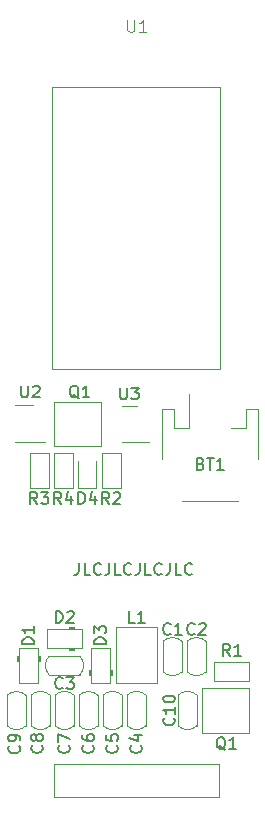
<source format=gbr>
%TF.GenerationSoftware,KiCad,Pcbnew,7.0.7*%
%TF.CreationDate,2023-08-25T22:45:50+10:00*%
%TF.ProjectId,SuperMini-EPD-Sheild,53757065-724d-4696-9e69-2d4550442d53,rev?*%
%TF.SameCoordinates,Original*%
%TF.FileFunction,Legend,Top*%
%TF.FilePolarity,Positive*%
%FSLAX46Y46*%
G04 Gerber Fmt 4.6, Leading zero omitted, Abs format (unit mm)*
G04 Created by KiCad (PCBNEW 7.0.7) date 2023-08-25 22:45:50*
%MOMM*%
%LPD*%
G01*
G04 APERTURE LIST*
%ADD10C,0.200000*%
%ADD11C,0.150000*%
%ADD12C,0.100000*%
%ADD13C,0.120000*%
G04 APERTURE END LIST*
D10*
X45926951Y-75906219D02*
X45926951Y-76620504D01*
X45926951Y-76620504D02*
X45879332Y-76763361D01*
X45879332Y-76763361D02*
X45784094Y-76858600D01*
X45784094Y-76858600D02*
X45641237Y-76906219D01*
X45641237Y-76906219D02*
X45545999Y-76906219D01*
X46879332Y-76906219D02*
X46403142Y-76906219D01*
X46403142Y-76906219D02*
X46403142Y-75906219D01*
X47784094Y-76810980D02*
X47736475Y-76858600D01*
X47736475Y-76858600D02*
X47593618Y-76906219D01*
X47593618Y-76906219D02*
X47498380Y-76906219D01*
X47498380Y-76906219D02*
X47355523Y-76858600D01*
X47355523Y-76858600D02*
X47260285Y-76763361D01*
X47260285Y-76763361D02*
X47212666Y-76668123D01*
X47212666Y-76668123D02*
X47165047Y-76477647D01*
X47165047Y-76477647D02*
X47165047Y-76334790D01*
X47165047Y-76334790D02*
X47212666Y-76144314D01*
X47212666Y-76144314D02*
X47260285Y-76049076D01*
X47260285Y-76049076D02*
X47355523Y-75953838D01*
X47355523Y-75953838D02*
X47498380Y-75906219D01*
X47498380Y-75906219D02*
X47593618Y-75906219D01*
X47593618Y-75906219D02*
X47736475Y-75953838D01*
X47736475Y-75953838D02*
X47784094Y-76001457D01*
X48498380Y-75906219D02*
X48498380Y-76620504D01*
X48498380Y-76620504D02*
X48450761Y-76763361D01*
X48450761Y-76763361D02*
X48355523Y-76858600D01*
X48355523Y-76858600D02*
X48212666Y-76906219D01*
X48212666Y-76906219D02*
X48117428Y-76906219D01*
X49450761Y-76906219D02*
X48974571Y-76906219D01*
X48974571Y-76906219D02*
X48974571Y-75906219D01*
X50355523Y-76810980D02*
X50307904Y-76858600D01*
X50307904Y-76858600D02*
X50165047Y-76906219D01*
X50165047Y-76906219D02*
X50069809Y-76906219D01*
X50069809Y-76906219D02*
X49926952Y-76858600D01*
X49926952Y-76858600D02*
X49831714Y-76763361D01*
X49831714Y-76763361D02*
X49784095Y-76668123D01*
X49784095Y-76668123D02*
X49736476Y-76477647D01*
X49736476Y-76477647D02*
X49736476Y-76334790D01*
X49736476Y-76334790D02*
X49784095Y-76144314D01*
X49784095Y-76144314D02*
X49831714Y-76049076D01*
X49831714Y-76049076D02*
X49926952Y-75953838D01*
X49926952Y-75953838D02*
X50069809Y-75906219D01*
X50069809Y-75906219D02*
X50165047Y-75906219D01*
X50165047Y-75906219D02*
X50307904Y-75953838D01*
X50307904Y-75953838D02*
X50355523Y-76001457D01*
X51069809Y-75906219D02*
X51069809Y-76620504D01*
X51069809Y-76620504D02*
X51022190Y-76763361D01*
X51022190Y-76763361D02*
X50926952Y-76858600D01*
X50926952Y-76858600D02*
X50784095Y-76906219D01*
X50784095Y-76906219D02*
X50688857Y-76906219D01*
X52022190Y-76906219D02*
X51546000Y-76906219D01*
X51546000Y-76906219D02*
X51546000Y-75906219D01*
X52926952Y-76810980D02*
X52879333Y-76858600D01*
X52879333Y-76858600D02*
X52736476Y-76906219D01*
X52736476Y-76906219D02*
X52641238Y-76906219D01*
X52641238Y-76906219D02*
X52498381Y-76858600D01*
X52498381Y-76858600D02*
X52403143Y-76763361D01*
X52403143Y-76763361D02*
X52355524Y-76668123D01*
X52355524Y-76668123D02*
X52307905Y-76477647D01*
X52307905Y-76477647D02*
X52307905Y-76334790D01*
X52307905Y-76334790D02*
X52355524Y-76144314D01*
X52355524Y-76144314D02*
X52403143Y-76049076D01*
X52403143Y-76049076D02*
X52498381Y-75953838D01*
X52498381Y-75953838D02*
X52641238Y-75906219D01*
X52641238Y-75906219D02*
X52736476Y-75906219D01*
X52736476Y-75906219D02*
X52879333Y-75953838D01*
X52879333Y-75953838D02*
X52926952Y-76001457D01*
X53641238Y-75906219D02*
X53641238Y-76620504D01*
X53641238Y-76620504D02*
X53593619Y-76763361D01*
X53593619Y-76763361D02*
X53498381Y-76858600D01*
X53498381Y-76858600D02*
X53355524Y-76906219D01*
X53355524Y-76906219D02*
X53260286Y-76906219D01*
X54593619Y-76906219D02*
X54117429Y-76906219D01*
X54117429Y-76906219D02*
X54117429Y-75906219D01*
X55498381Y-76810980D02*
X55450762Y-76858600D01*
X55450762Y-76858600D02*
X55307905Y-76906219D01*
X55307905Y-76906219D02*
X55212667Y-76906219D01*
X55212667Y-76906219D02*
X55069810Y-76858600D01*
X55069810Y-76858600D02*
X54974572Y-76763361D01*
X54974572Y-76763361D02*
X54926953Y-76668123D01*
X54926953Y-76668123D02*
X54879334Y-76477647D01*
X54879334Y-76477647D02*
X54879334Y-76334790D01*
X54879334Y-76334790D02*
X54926953Y-76144314D01*
X54926953Y-76144314D02*
X54974572Y-76049076D01*
X54974572Y-76049076D02*
X55069810Y-75953838D01*
X55069810Y-75953838D02*
X55212667Y-75906219D01*
X55212667Y-75906219D02*
X55307905Y-75906219D01*
X55307905Y-75906219D02*
X55450762Y-75953838D01*
X55450762Y-75953838D02*
X55498381Y-76001457D01*
D11*
X49127580Y-91352666D02*
X49175200Y-91400285D01*
X49175200Y-91400285D02*
X49222819Y-91543142D01*
X49222819Y-91543142D02*
X49222819Y-91638380D01*
X49222819Y-91638380D02*
X49175200Y-91781237D01*
X49175200Y-91781237D02*
X49079961Y-91876475D01*
X49079961Y-91876475D02*
X48984723Y-91924094D01*
X48984723Y-91924094D02*
X48794247Y-91971713D01*
X48794247Y-91971713D02*
X48651390Y-91971713D01*
X48651390Y-91971713D02*
X48460914Y-91924094D01*
X48460914Y-91924094D02*
X48365676Y-91876475D01*
X48365676Y-91876475D02*
X48270438Y-91781237D01*
X48270438Y-91781237D02*
X48222819Y-91638380D01*
X48222819Y-91638380D02*
X48222819Y-91543142D01*
X48222819Y-91543142D02*
X48270438Y-91400285D01*
X48270438Y-91400285D02*
X48318057Y-91352666D01*
X48222819Y-90447904D02*
X48222819Y-90924094D01*
X48222819Y-90924094D02*
X48699009Y-90971713D01*
X48699009Y-90971713D02*
X48651390Y-90924094D01*
X48651390Y-90924094D02*
X48603771Y-90828856D01*
X48603771Y-90828856D02*
X48603771Y-90590761D01*
X48603771Y-90590761D02*
X48651390Y-90495523D01*
X48651390Y-90495523D02*
X48699009Y-90447904D01*
X48699009Y-90447904D02*
X48794247Y-90400285D01*
X48794247Y-90400285D02*
X49032342Y-90400285D01*
X49032342Y-90400285D02*
X49127580Y-90447904D01*
X49127580Y-90447904D02*
X49175200Y-90495523D01*
X49175200Y-90495523D02*
X49222819Y-90590761D01*
X49222819Y-90590761D02*
X49222819Y-90828856D01*
X49222819Y-90828856D02*
X49175200Y-90924094D01*
X49175200Y-90924094D02*
X49127580Y-90971713D01*
X58324761Y-91736057D02*
X58229523Y-91688438D01*
X58229523Y-91688438D02*
X58134285Y-91593200D01*
X58134285Y-91593200D02*
X57991428Y-91450342D01*
X57991428Y-91450342D02*
X57896190Y-91402723D01*
X57896190Y-91402723D02*
X57800952Y-91402723D01*
X57848571Y-91640819D02*
X57753333Y-91593200D01*
X57753333Y-91593200D02*
X57658095Y-91497961D01*
X57658095Y-91497961D02*
X57610476Y-91307485D01*
X57610476Y-91307485D02*
X57610476Y-90974152D01*
X57610476Y-90974152D02*
X57658095Y-90783676D01*
X57658095Y-90783676D02*
X57753333Y-90688438D01*
X57753333Y-90688438D02*
X57848571Y-90640819D01*
X57848571Y-90640819D02*
X58039047Y-90640819D01*
X58039047Y-90640819D02*
X58134285Y-90688438D01*
X58134285Y-90688438D02*
X58229523Y-90783676D01*
X58229523Y-90783676D02*
X58277142Y-90974152D01*
X58277142Y-90974152D02*
X58277142Y-91307485D01*
X58277142Y-91307485D02*
X58229523Y-91497961D01*
X58229523Y-91497961D02*
X58134285Y-91593200D01*
X58134285Y-91593200D02*
X58039047Y-91640819D01*
X58039047Y-91640819D02*
X57848571Y-91640819D01*
X59229523Y-91640819D02*
X58658095Y-91640819D01*
X58943809Y-91640819D02*
X58943809Y-90640819D01*
X58943809Y-90640819D02*
X58848571Y-90783676D01*
X58848571Y-90783676D02*
X58753333Y-90878914D01*
X58753333Y-90878914D02*
X58658095Y-90926533D01*
X51159580Y-91352666D02*
X51207200Y-91400285D01*
X51207200Y-91400285D02*
X51254819Y-91543142D01*
X51254819Y-91543142D02*
X51254819Y-91638380D01*
X51254819Y-91638380D02*
X51207200Y-91781237D01*
X51207200Y-91781237D02*
X51111961Y-91876475D01*
X51111961Y-91876475D02*
X51016723Y-91924094D01*
X51016723Y-91924094D02*
X50826247Y-91971713D01*
X50826247Y-91971713D02*
X50683390Y-91971713D01*
X50683390Y-91971713D02*
X50492914Y-91924094D01*
X50492914Y-91924094D02*
X50397676Y-91876475D01*
X50397676Y-91876475D02*
X50302438Y-91781237D01*
X50302438Y-91781237D02*
X50254819Y-91638380D01*
X50254819Y-91638380D02*
X50254819Y-91543142D01*
X50254819Y-91543142D02*
X50302438Y-91400285D01*
X50302438Y-91400285D02*
X50350057Y-91352666D01*
X50588152Y-90495523D02*
X51254819Y-90495523D01*
X50207200Y-90733618D02*
X50921485Y-90971713D01*
X50921485Y-90971713D02*
X50921485Y-90352666D01*
X45063580Y-91352666D02*
X45111200Y-91400285D01*
X45111200Y-91400285D02*
X45158819Y-91543142D01*
X45158819Y-91543142D02*
X45158819Y-91638380D01*
X45158819Y-91638380D02*
X45111200Y-91781237D01*
X45111200Y-91781237D02*
X45015961Y-91876475D01*
X45015961Y-91876475D02*
X44920723Y-91924094D01*
X44920723Y-91924094D02*
X44730247Y-91971713D01*
X44730247Y-91971713D02*
X44587390Y-91971713D01*
X44587390Y-91971713D02*
X44396914Y-91924094D01*
X44396914Y-91924094D02*
X44301676Y-91876475D01*
X44301676Y-91876475D02*
X44206438Y-91781237D01*
X44206438Y-91781237D02*
X44158819Y-91638380D01*
X44158819Y-91638380D02*
X44158819Y-91543142D01*
X44158819Y-91543142D02*
X44206438Y-91400285D01*
X44206438Y-91400285D02*
X44254057Y-91352666D01*
X44158819Y-91019332D02*
X44158819Y-90352666D01*
X44158819Y-90352666D02*
X45158819Y-90781237D01*
X47095580Y-91352666D02*
X47143200Y-91400285D01*
X47143200Y-91400285D02*
X47190819Y-91543142D01*
X47190819Y-91543142D02*
X47190819Y-91638380D01*
X47190819Y-91638380D02*
X47143200Y-91781237D01*
X47143200Y-91781237D02*
X47047961Y-91876475D01*
X47047961Y-91876475D02*
X46952723Y-91924094D01*
X46952723Y-91924094D02*
X46762247Y-91971713D01*
X46762247Y-91971713D02*
X46619390Y-91971713D01*
X46619390Y-91971713D02*
X46428914Y-91924094D01*
X46428914Y-91924094D02*
X46333676Y-91876475D01*
X46333676Y-91876475D02*
X46238438Y-91781237D01*
X46238438Y-91781237D02*
X46190819Y-91638380D01*
X46190819Y-91638380D02*
X46190819Y-91543142D01*
X46190819Y-91543142D02*
X46238438Y-91400285D01*
X46238438Y-91400285D02*
X46286057Y-91352666D01*
X46190819Y-90495523D02*
X46190819Y-90685999D01*
X46190819Y-90685999D02*
X46238438Y-90781237D01*
X46238438Y-90781237D02*
X46286057Y-90828856D01*
X46286057Y-90828856D02*
X46428914Y-90924094D01*
X46428914Y-90924094D02*
X46619390Y-90971713D01*
X46619390Y-90971713D02*
X47000342Y-90971713D01*
X47000342Y-90971713D02*
X47095580Y-90924094D01*
X47095580Y-90924094D02*
X47143200Y-90876475D01*
X47143200Y-90876475D02*
X47190819Y-90781237D01*
X47190819Y-90781237D02*
X47190819Y-90590761D01*
X47190819Y-90590761D02*
X47143200Y-90495523D01*
X47143200Y-90495523D02*
X47095580Y-90447904D01*
X47095580Y-90447904D02*
X47000342Y-90400285D01*
X47000342Y-90400285D02*
X46762247Y-90400285D01*
X46762247Y-90400285D02*
X46667009Y-90447904D01*
X46667009Y-90447904D02*
X46619390Y-90495523D01*
X46619390Y-90495523D02*
X46571771Y-90590761D01*
X46571771Y-90590761D02*
X46571771Y-90781237D01*
X46571771Y-90781237D02*
X46619390Y-90876475D01*
X46619390Y-90876475D02*
X46667009Y-90924094D01*
X46667009Y-90924094D02*
X46762247Y-90971713D01*
X44537333Y-86459580D02*
X44489714Y-86507200D01*
X44489714Y-86507200D02*
X44346857Y-86554819D01*
X44346857Y-86554819D02*
X44251619Y-86554819D01*
X44251619Y-86554819D02*
X44108762Y-86507200D01*
X44108762Y-86507200D02*
X44013524Y-86411961D01*
X44013524Y-86411961D02*
X43965905Y-86316723D01*
X43965905Y-86316723D02*
X43918286Y-86126247D01*
X43918286Y-86126247D02*
X43918286Y-85983390D01*
X43918286Y-85983390D02*
X43965905Y-85792914D01*
X43965905Y-85792914D02*
X44013524Y-85697676D01*
X44013524Y-85697676D02*
X44108762Y-85602438D01*
X44108762Y-85602438D02*
X44251619Y-85554819D01*
X44251619Y-85554819D02*
X44346857Y-85554819D01*
X44346857Y-85554819D02*
X44489714Y-85602438D01*
X44489714Y-85602438D02*
X44537333Y-85650057D01*
X44870667Y-85554819D02*
X45489714Y-85554819D01*
X45489714Y-85554819D02*
X45156381Y-85935771D01*
X45156381Y-85935771D02*
X45299238Y-85935771D01*
X45299238Y-85935771D02*
X45394476Y-85983390D01*
X45394476Y-85983390D02*
X45442095Y-86031009D01*
X45442095Y-86031009D02*
X45489714Y-86126247D01*
X45489714Y-86126247D02*
X45489714Y-86364342D01*
X45489714Y-86364342D02*
X45442095Y-86459580D01*
X45442095Y-86459580D02*
X45394476Y-86507200D01*
X45394476Y-86507200D02*
X45299238Y-86554819D01*
X45299238Y-86554819D02*
X45013524Y-86554819D01*
X45013524Y-86554819D02*
X44918286Y-86507200D01*
X44918286Y-86507200D02*
X44870667Y-86459580D01*
X50633333Y-80966819D02*
X50157143Y-80966819D01*
X50157143Y-80966819D02*
X50157143Y-79966819D01*
X51490476Y-80966819D02*
X50919048Y-80966819D01*
X51204762Y-80966819D02*
X51204762Y-79966819D01*
X51204762Y-79966819D02*
X51109524Y-80109676D01*
X51109524Y-80109676D02*
X51014286Y-80204914D01*
X51014286Y-80204914D02*
X50919048Y-80252533D01*
X45907761Y-61973057D02*
X45812523Y-61925438D01*
X45812523Y-61925438D02*
X45717285Y-61830200D01*
X45717285Y-61830200D02*
X45574428Y-61687342D01*
X45574428Y-61687342D02*
X45479190Y-61639723D01*
X45479190Y-61639723D02*
X45383952Y-61639723D01*
X45431571Y-61877819D02*
X45336333Y-61830200D01*
X45336333Y-61830200D02*
X45241095Y-61734961D01*
X45241095Y-61734961D02*
X45193476Y-61544485D01*
X45193476Y-61544485D02*
X45193476Y-61211152D01*
X45193476Y-61211152D02*
X45241095Y-61020676D01*
X45241095Y-61020676D02*
X45336333Y-60925438D01*
X45336333Y-60925438D02*
X45431571Y-60877819D01*
X45431571Y-60877819D02*
X45622047Y-60877819D01*
X45622047Y-60877819D02*
X45717285Y-60925438D01*
X45717285Y-60925438D02*
X45812523Y-61020676D01*
X45812523Y-61020676D02*
X45860142Y-61211152D01*
X45860142Y-61211152D02*
X45860142Y-61544485D01*
X45860142Y-61544485D02*
X45812523Y-61734961D01*
X45812523Y-61734961D02*
X45717285Y-61830200D01*
X45717285Y-61830200D02*
X45622047Y-61877819D01*
X45622047Y-61877819D02*
X45431571Y-61877819D01*
X46812523Y-61877819D02*
X46241095Y-61877819D01*
X46526809Y-61877819D02*
X46526809Y-60877819D01*
X46526809Y-60877819D02*
X46431571Y-61020676D01*
X46431571Y-61020676D02*
X46336333Y-61115914D01*
X46336333Y-61115914D02*
X46241095Y-61163533D01*
X42777580Y-91346666D02*
X42825200Y-91394285D01*
X42825200Y-91394285D02*
X42872819Y-91537142D01*
X42872819Y-91537142D02*
X42872819Y-91632380D01*
X42872819Y-91632380D02*
X42825200Y-91775237D01*
X42825200Y-91775237D02*
X42729961Y-91870475D01*
X42729961Y-91870475D02*
X42634723Y-91918094D01*
X42634723Y-91918094D02*
X42444247Y-91965713D01*
X42444247Y-91965713D02*
X42301390Y-91965713D01*
X42301390Y-91965713D02*
X42110914Y-91918094D01*
X42110914Y-91918094D02*
X42015676Y-91870475D01*
X42015676Y-91870475D02*
X41920438Y-91775237D01*
X41920438Y-91775237D02*
X41872819Y-91632380D01*
X41872819Y-91632380D02*
X41872819Y-91537142D01*
X41872819Y-91537142D02*
X41920438Y-91394285D01*
X41920438Y-91394285D02*
X41968057Y-91346666D01*
X42301390Y-90775237D02*
X42253771Y-90870475D01*
X42253771Y-90870475D02*
X42206152Y-90918094D01*
X42206152Y-90918094D02*
X42110914Y-90965713D01*
X42110914Y-90965713D02*
X42063295Y-90965713D01*
X42063295Y-90965713D02*
X41968057Y-90918094D01*
X41968057Y-90918094D02*
X41920438Y-90870475D01*
X41920438Y-90870475D02*
X41872819Y-90775237D01*
X41872819Y-90775237D02*
X41872819Y-90584761D01*
X41872819Y-90584761D02*
X41920438Y-90489523D01*
X41920438Y-90489523D02*
X41968057Y-90441904D01*
X41968057Y-90441904D02*
X42063295Y-90394285D01*
X42063295Y-90394285D02*
X42110914Y-90394285D01*
X42110914Y-90394285D02*
X42206152Y-90441904D01*
X42206152Y-90441904D02*
X42253771Y-90489523D01*
X42253771Y-90489523D02*
X42301390Y-90584761D01*
X42301390Y-90584761D02*
X42301390Y-90775237D01*
X42301390Y-90775237D02*
X42349009Y-90870475D01*
X42349009Y-90870475D02*
X42396628Y-90918094D01*
X42396628Y-90918094D02*
X42491866Y-90965713D01*
X42491866Y-90965713D02*
X42682342Y-90965713D01*
X42682342Y-90965713D02*
X42777580Y-90918094D01*
X42777580Y-90918094D02*
X42825200Y-90870475D01*
X42825200Y-90870475D02*
X42872819Y-90775237D01*
X42872819Y-90775237D02*
X42872819Y-90584761D01*
X42872819Y-90584761D02*
X42825200Y-90489523D01*
X42825200Y-90489523D02*
X42777580Y-90441904D01*
X42777580Y-90441904D02*
X42682342Y-90394285D01*
X42682342Y-90394285D02*
X42491866Y-90394285D01*
X42491866Y-90394285D02*
X42396628Y-90441904D01*
X42396628Y-90441904D02*
X42349009Y-90489523D01*
X42349009Y-90489523D02*
X42301390Y-90584761D01*
X49403095Y-61049819D02*
X49403095Y-61859342D01*
X49403095Y-61859342D02*
X49450714Y-61954580D01*
X49450714Y-61954580D02*
X49498333Y-62002200D01*
X49498333Y-62002200D02*
X49593571Y-62049819D01*
X49593571Y-62049819D02*
X49784047Y-62049819D01*
X49784047Y-62049819D02*
X49879285Y-62002200D01*
X49879285Y-62002200D02*
X49926904Y-61954580D01*
X49926904Y-61954580D02*
X49974523Y-61859342D01*
X49974523Y-61859342D02*
X49974523Y-61049819D01*
X50355476Y-61049819D02*
X50974523Y-61049819D01*
X50974523Y-61049819D02*
X50641190Y-61430771D01*
X50641190Y-61430771D02*
X50784047Y-61430771D01*
X50784047Y-61430771D02*
X50879285Y-61478390D01*
X50879285Y-61478390D02*
X50926904Y-61526009D01*
X50926904Y-61526009D02*
X50974523Y-61621247D01*
X50974523Y-61621247D02*
X50974523Y-61859342D01*
X50974523Y-61859342D02*
X50926904Y-61954580D01*
X50926904Y-61954580D02*
X50879285Y-62002200D01*
X50879285Y-62002200D02*
X50784047Y-62049819D01*
X50784047Y-62049819D02*
X50498333Y-62049819D01*
X50498333Y-62049819D02*
X50403095Y-62002200D01*
X50403095Y-62002200D02*
X50355476Y-61954580D01*
X48206819Y-82774094D02*
X47206819Y-82774094D01*
X47206819Y-82774094D02*
X47206819Y-82535999D01*
X47206819Y-82535999D02*
X47254438Y-82393142D01*
X47254438Y-82393142D02*
X47349676Y-82297904D01*
X47349676Y-82297904D02*
X47444914Y-82250285D01*
X47444914Y-82250285D02*
X47635390Y-82202666D01*
X47635390Y-82202666D02*
X47778247Y-82202666D01*
X47778247Y-82202666D02*
X47968723Y-82250285D01*
X47968723Y-82250285D02*
X48063961Y-82297904D01*
X48063961Y-82297904D02*
X48159200Y-82393142D01*
X48159200Y-82393142D02*
X48206819Y-82535999D01*
X48206819Y-82535999D02*
X48206819Y-82774094D01*
X47206819Y-81869332D02*
X47206819Y-81250285D01*
X47206819Y-81250285D02*
X47587771Y-81583618D01*
X47587771Y-81583618D02*
X47587771Y-81440761D01*
X47587771Y-81440761D02*
X47635390Y-81345523D01*
X47635390Y-81345523D02*
X47683009Y-81297904D01*
X47683009Y-81297904D02*
X47778247Y-81250285D01*
X47778247Y-81250285D02*
X48016342Y-81250285D01*
X48016342Y-81250285D02*
X48111580Y-81297904D01*
X48111580Y-81297904D02*
X48159200Y-81345523D01*
X48159200Y-81345523D02*
X48206819Y-81440761D01*
X48206819Y-81440761D02*
X48206819Y-81726475D01*
X48206819Y-81726475D02*
X48159200Y-81821713D01*
X48159200Y-81821713D02*
X48111580Y-81869332D01*
X42110819Y-82774094D02*
X41110819Y-82774094D01*
X41110819Y-82774094D02*
X41110819Y-82535999D01*
X41110819Y-82535999D02*
X41158438Y-82393142D01*
X41158438Y-82393142D02*
X41253676Y-82297904D01*
X41253676Y-82297904D02*
X41348914Y-82250285D01*
X41348914Y-82250285D02*
X41539390Y-82202666D01*
X41539390Y-82202666D02*
X41682247Y-82202666D01*
X41682247Y-82202666D02*
X41872723Y-82250285D01*
X41872723Y-82250285D02*
X41967961Y-82297904D01*
X41967961Y-82297904D02*
X42063200Y-82393142D01*
X42063200Y-82393142D02*
X42110819Y-82535999D01*
X42110819Y-82535999D02*
X42110819Y-82774094D01*
X42110819Y-81250285D02*
X42110819Y-81821713D01*
X42110819Y-81535999D02*
X41110819Y-81535999D01*
X41110819Y-81535999D02*
X41253676Y-81631237D01*
X41253676Y-81631237D02*
X41348914Y-81726475D01*
X41348914Y-81726475D02*
X41396533Y-81821713D01*
X40851588Y-91385666D02*
X40899208Y-91433285D01*
X40899208Y-91433285D02*
X40946827Y-91576142D01*
X40946827Y-91576142D02*
X40946827Y-91671380D01*
X40946827Y-91671380D02*
X40899208Y-91814237D01*
X40899208Y-91814237D02*
X40803969Y-91909475D01*
X40803969Y-91909475D02*
X40708731Y-91957094D01*
X40708731Y-91957094D02*
X40518255Y-92004713D01*
X40518255Y-92004713D02*
X40375398Y-92004713D01*
X40375398Y-92004713D02*
X40184922Y-91957094D01*
X40184922Y-91957094D02*
X40089684Y-91909475D01*
X40089684Y-91909475D02*
X39994446Y-91814237D01*
X39994446Y-91814237D02*
X39946827Y-91671380D01*
X39946827Y-91671380D02*
X39946827Y-91576142D01*
X39946827Y-91576142D02*
X39994446Y-91433285D01*
X39994446Y-91433285D02*
X40042065Y-91385666D01*
X40946827Y-90909475D02*
X40946827Y-90718999D01*
X40946827Y-90718999D02*
X40899208Y-90623761D01*
X40899208Y-90623761D02*
X40851588Y-90576142D01*
X40851588Y-90576142D02*
X40708731Y-90480904D01*
X40708731Y-90480904D02*
X40518255Y-90433285D01*
X40518255Y-90433285D02*
X40137303Y-90433285D01*
X40137303Y-90433285D02*
X40042065Y-90480904D01*
X40042065Y-90480904D02*
X39994446Y-90528523D01*
X39994446Y-90528523D02*
X39946827Y-90623761D01*
X39946827Y-90623761D02*
X39946827Y-90814237D01*
X39946827Y-90814237D02*
X39994446Y-90909475D01*
X39994446Y-90909475D02*
X40042065Y-90957094D01*
X40042065Y-90957094D02*
X40137303Y-91004713D01*
X40137303Y-91004713D02*
X40375398Y-91004713D01*
X40375398Y-91004713D02*
X40470636Y-90957094D01*
X40470636Y-90957094D02*
X40518255Y-90909475D01*
X40518255Y-90909475D02*
X40565874Y-90814237D01*
X40565874Y-90814237D02*
X40565874Y-90623761D01*
X40565874Y-90623761D02*
X40518255Y-90528523D01*
X40518255Y-90528523D02*
X40470636Y-90480904D01*
X40470636Y-90480904D02*
X40375398Y-90433285D01*
D12*
X50038095Y-29937419D02*
X50038095Y-30746942D01*
X50038095Y-30746942D02*
X50085714Y-30842180D01*
X50085714Y-30842180D02*
X50133333Y-30889800D01*
X50133333Y-30889800D02*
X50228571Y-30937419D01*
X50228571Y-30937419D02*
X50419047Y-30937419D01*
X50419047Y-30937419D02*
X50514285Y-30889800D01*
X50514285Y-30889800D02*
X50561904Y-30842180D01*
X50561904Y-30842180D02*
X50609523Y-30746942D01*
X50609523Y-30746942D02*
X50609523Y-29937419D01*
X51609523Y-30937419D02*
X51038095Y-30937419D01*
X51323809Y-30937419D02*
X51323809Y-29937419D01*
X51323809Y-29937419D02*
X51228571Y-30080276D01*
X51228571Y-30080276D02*
X51133333Y-30175514D01*
X51133333Y-30175514D02*
X51038095Y-30223133D01*
D11*
X45883905Y-70894819D02*
X45883905Y-69894819D01*
X45883905Y-69894819D02*
X46122000Y-69894819D01*
X46122000Y-69894819D02*
X46264857Y-69942438D01*
X46264857Y-69942438D02*
X46360095Y-70037676D01*
X46360095Y-70037676D02*
X46407714Y-70132914D01*
X46407714Y-70132914D02*
X46455333Y-70323390D01*
X46455333Y-70323390D02*
X46455333Y-70466247D01*
X46455333Y-70466247D02*
X46407714Y-70656723D01*
X46407714Y-70656723D02*
X46360095Y-70751961D01*
X46360095Y-70751961D02*
X46264857Y-70847200D01*
X46264857Y-70847200D02*
X46122000Y-70894819D01*
X46122000Y-70894819D02*
X45883905Y-70894819D01*
X47312476Y-70228152D02*
X47312476Y-70894819D01*
X47074381Y-69847200D02*
X46836286Y-70561485D01*
X46836286Y-70561485D02*
X47455333Y-70561485D01*
X48487333Y-70894819D02*
X48154000Y-70418628D01*
X47915905Y-70894819D02*
X47915905Y-69894819D01*
X47915905Y-69894819D02*
X48296857Y-69894819D01*
X48296857Y-69894819D02*
X48392095Y-69942438D01*
X48392095Y-69942438D02*
X48439714Y-69990057D01*
X48439714Y-69990057D02*
X48487333Y-70085295D01*
X48487333Y-70085295D02*
X48487333Y-70228152D01*
X48487333Y-70228152D02*
X48439714Y-70323390D01*
X48439714Y-70323390D02*
X48392095Y-70371009D01*
X48392095Y-70371009D02*
X48296857Y-70418628D01*
X48296857Y-70418628D02*
X47915905Y-70418628D01*
X48868286Y-69990057D02*
X48915905Y-69942438D01*
X48915905Y-69942438D02*
X49011143Y-69894819D01*
X49011143Y-69894819D02*
X49249238Y-69894819D01*
X49249238Y-69894819D02*
X49344476Y-69942438D01*
X49344476Y-69942438D02*
X49392095Y-69990057D01*
X49392095Y-69990057D02*
X49439714Y-70085295D01*
X49439714Y-70085295D02*
X49439714Y-70180533D01*
X49439714Y-70180533D02*
X49392095Y-70323390D01*
X49392095Y-70323390D02*
X48820667Y-70894819D01*
X48820667Y-70894819D02*
X49439714Y-70894819D01*
X56234285Y-67495009D02*
X56377142Y-67542628D01*
X56377142Y-67542628D02*
X56424761Y-67590247D01*
X56424761Y-67590247D02*
X56472380Y-67685485D01*
X56472380Y-67685485D02*
X56472380Y-67828342D01*
X56472380Y-67828342D02*
X56424761Y-67923580D01*
X56424761Y-67923580D02*
X56377142Y-67971200D01*
X56377142Y-67971200D02*
X56281904Y-68018819D01*
X56281904Y-68018819D02*
X55900952Y-68018819D01*
X55900952Y-68018819D02*
X55900952Y-67018819D01*
X55900952Y-67018819D02*
X56234285Y-67018819D01*
X56234285Y-67018819D02*
X56329523Y-67066438D01*
X56329523Y-67066438D02*
X56377142Y-67114057D01*
X56377142Y-67114057D02*
X56424761Y-67209295D01*
X56424761Y-67209295D02*
X56424761Y-67304533D01*
X56424761Y-67304533D02*
X56377142Y-67399771D01*
X56377142Y-67399771D02*
X56329523Y-67447390D01*
X56329523Y-67447390D02*
X56234285Y-67495009D01*
X56234285Y-67495009D02*
X55900952Y-67495009D01*
X56758095Y-67018819D02*
X57329523Y-67018819D01*
X57043809Y-68018819D02*
X57043809Y-67018819D01*
X58186666Y-68018819D02*
X57615238Y-68018819D01*
X57900952Y-68018819D02*
X57900952Y-67018819D01*
X57900952Y-67018819D02*
X57805714Y-67161676D01*
X57805714Y-67161676D02*
X57710476Y-67256914D01*
X57710476Y-67256914D02*
X57615238Y-67304533D01*
X41034095Y-60877819D02*
X41034095Y-61687342D01*
X41034095Y-61687342D02*
X41081714Y-61782580D01*
X41081714Y-61782580D02*
X41129333Y-61830200D01*
X41129333Y-61830200D02*
X41224571Y-61877819D01*
X41224571Y-61877819D02*
X41415047Y-61877819D01*
X41415047Y-61877819D02*
X41510285Y-61830200D01*
X41510285Y-61830200D02*
X41557904Y-61782580D01*
X41557904Y-61782580D02*
X41605523Y-61687342D01*
X41605523Y-61687342D02*
X41605523Y-60877819D01*
X42034095Y-60973057D02*
X42081714Y-60925438D01*
X42081714Y-60925438D02*
X42176952Y-60877819D01*
X42176952Y-60877819D02*
X42415047Y-60877819D01*
X42415047Y-60877819D02*
X42510285Y-60925438D01*
X42510285Y-60925438D02*
X42557904Y-60973057D01*
X42557904Y-60973057D02*
X42605523Y-61068295D01*
X42605523Y-61068295D02*
X42605523Y-61163533D01*
X42605523Y-61163533D02*
X42557904Y-61306390D01*
X42557904Y-61306390D02*
X41986476Y-61877819D01*
X41986476Y-61877819D02*
X42605523Y-61877819D01*
X44423333Y-70894819D02*
X44090000Y-70418628D01*
X43851905Y-70894819D02*
X43851905Y-69894819D01*
X43851905Y-69894819D02*
X44232857Y-69894819D01*
X44232857Y-69894819D02*
X44328095Y-69942438D01*
X44328095Y-69942438D02*
X44375714Y-69990057D01*
X44375714Y-69990057D02*
X44423333Y-70085295D01*
X44423333Y-70085295D02*
X44423333Y-70228152D01*
X44423333Y-70228152D02*
X44375714Y-70323390D01*
X44375714Y-70323390D02*
X44328095Y-70371009D01*
X44328095Y-70371009D02*
X44232857Y-70418628D01*
X44232857Y-70418628D02*
X43851905Y-70418628D01*
X45280476Y-70228152D02*
X45280476Y-70894819D01*
X45042381Y-69847200D02*
X44804286Y-70561485D01*
X44804286Y-70561485D02*
X45423333Y-70561485D01*
X53953580Y-89028857D02*
X54001200Y-89076476D01*
X54001200Y-89076476D02*
X54048819Y-89219333D01*
X54048819Y-89219333D02*
X54048819Y-89314571D01*
X54048819Y-89314571D02*
X54001200Y-89457428D01*
X54001200Y-89457428D02*
X53905961Y-89552666D01*
X53905961Y-89552666D02*
X53810723Y-89600285D01*
X53810723Y-89600285D02*
X53620247Y-89647904D01*
X53620247Y-89647904D02*
X53477390Y-89647904D01*
X53477390Y-89647904D02*
X53286914Y-89600285D01*
X53286914Y-89600285D02*
X53191676Y-89552666D01*
X53191676Y-89552666D02*
X53096438Y-89457428D01*
X53096438Y-89457428D02*
X53048819Y-89314571D01*
X53048819Y-89314571D02*
X53048819Y-89219333D01*
X53048819Y-89219333D02*
X53096438Y-89076476D01*
X53096438Y-89076476D02*
X53144057Y-89028857D01*
X54048819Y-88076476D02*
X54048819Y-88647904D01*
X54048819Y-88362190D02*
X53048819Y-88362190D01*
X53048819Y-88362190D02*
X53191676Y-88457428D01*
X53191676Y-88457428D02*
X53286914Y-88552666D01*
X53286914Y-88552666D02*
X53334533Y-88647904D01*
X53048819Y-87457428D02*
X53048819Y-87362190D01*
X53048819Y-87362190D02*
X53096438Y-87266952D01*
X53096438Y-87266952D02*
X53144057Y-87219333D01*
X53144057Y-87219333D02*
X53239295Y-87171714D01*
X53239295Y-87171714D02*
X53429771Y-87124095D01*
X53429771Y-87124095D02*
X53667866Y-87124095D01*
X53667866Y-87124095D02*
X53858342Y-87171714D01*
X53858342Y-87171714D02*
X53953580Y-87219333D01*
X53953580Y-87219333D02*
X54001200Y-87266952D01*
X54001200Y-87266952D02*
X54048819Y-87362190D01*
X54048819Y-87362190D02*
X54048819Y-87457428D01*
X54048819Y-87457428D02*
X54001200Y-87552666D01*
X54001200Y-87552666D02*
X53953580Y-87600285D01*
X53953580Y-87600285D02*
X53858342Y-87647904D01*
X53858342Y-87647904D02*
X53667866Y-87695523D01*
X53667866Y-87695523D02*
X53429771Y-87695523D01*
X53429771Y-87695523D02*
X53239295Y-87647904D01*
X53239295Y-87647904D02*
X53144057Y-87600285D01*
X53144057Y-87600285D02*
X53096438Y-87552666D01*
X53096438Y-87552666D02*
X53048819Y-87457428D01*
X43965905Y-80966819D02*
X43965905Y-79966819D01*
X43965905Y-79966819D02*
X44204000Y-79966819D01*
X44204000Y-79966819D02*
X44346857Y-80014438D01*
X44346857Y-80014438D02*
X44442095Y-80109676D01*
X44442095Y-80109676D02*
X44489714Y-80204914D01*
X44489714Y-80204914D02*
X44537333Y-80395390D01*
X44537333Y-80395390D02*
X44537333Y-80538247D01*
X44537333Y-80538247D02*
X44489714Y-80728723D01*
X44489714Y-80728723D02*
X44442095Y-80823961D01*
X44442095Y-80823961D02*
X44346857Y-80919200D01*
X44346857Y-80919200D02*
X44204000Y-80966819D01*
X44204000Y-80966819D02*
X43965905Y-80966819D01*
X44918286Y-80062057D02*
X44965905Y-80014438D01*
X44965905Y-80014438D02*
X45061143Y-79966819D01*
X45061143Y-79966819D02*
X45299238Y-79966819D01*
X45299238Y-79966819D02*
X45394476Y-80014438D01*
X45394476Y-80014438D02*
X45442095Y-80062057D01*
X45442095Y-80062057D02*
X45489714Y-80157295D01*
X45489714Y-80157295D02*
X45489714Y-80252533D01*
X45489714Y-80252533D02*
X45442095Y-80395390D01*
X45442095Y-80395390D02*
X44870667Y-80966819D01*
X44870667Y-80966819D02*
X45489714Y-80966819D01*
X55713333Y-81887580D02*
X55665714Y-81935200D01*
X55665714Y-81935200D02*
X55522857Y-81982819D01*
X55522857Y-81982819D02*
X55427619Y-81982819D01*
X55427619Y-81982819D02*
X55284762Y-81935200D01*
X55284762Y-81935200D02*
X55189524Y-81839961D01*
X55189524Y-81839961D02*
X55141905Y-81744723D01*
X55141905Y-81744723D02*
X55094286Y-81554247D01*
X55094286Y-81554247D02*
X55094286Y-81411390D01*
X55094286Y-81411390D02*
X55141905Y-81220914D01*
X55141905Y-81220914D02*
X55189524Y-81125676D01*
X55189524Y-81125676D02*
X55284762Y-81030438D01*
X55284762Y-81030438D02*
X55427619Y-80982819D01*
X55427619Y-80982819D02*
X55522857Y-80982819D01*
X55522857Y-80982819D02*
X55665714Y-81030438D01*
X55665714Y-81030438D02*
X55713333Y-81078057D01*
X56094286Y-81078057D02*
X56141905Y-81030438D01*
X56141905Y-81030438D02*
X56237143Y-80982819D01*
X56237143Y-80982819D02*
X56475238Y-80982819D01*
X56475238Y-80982819D02*
X56570476Y-81030438D01*
X56570476Y-81030438D02*
X56618095Y-81078057D01*
X56618095Y-81078057D02*
X56665714Y-81173295D01*
X56665714Y-81173295D02*
X56665714Y-81268533D01*
X56665714Y-81268533D02*
X56618095Y-81411390D01*
X56618095Y-81411390D02*
X56046667Y-81982819D01*
X56046667Y-81982819D02*
X56665714Y-81982819D01*
X58698333Y-83760819D02*
X58365000Y-83284628D01*
X58126905Y-83760819D02*
X58126905Y-82760819D01*
X58126905Y-82760819D02*
X58507857Y-82760819D01*
X58507857Y-82760819D02*
X58603095Y-82808438D01*
X58603095Y-82808438D02*
X58650714Y-82856057D01*
X58650714Y-82856057D02*
X58698333Y-82951295D01*
X58698333Y-82951295D02*
X58698333Y-83094152D01*
X58698333Y-83094152D02*
X58650714Y-83189390D01*
X58650714Y-83189390D02*
X58603095Y-83237009D01*
X58603095Y-83237009D02*
X58507857Y-83284628D01*
X58507857Y-83284628D02*
X58126905Y-83284628D01*
X59650714Y-83760819D02*
X59079286Y-83760819D01*
X59365000Y-83760819D02*
X59365000Y-82760819D01*
X59365000Y-82760819D02*
X59269762Y-82903676D01*
X59269762Y-82903676D02*
X59174524Y-82998914D01*
X59174524Y-82998914D02*
X59079286Y-83046533D01*
X42391333Y-70894819D02*
X42058000Y-70418628D01*
X41819905Y-70894819D02*
X41819905Y-69894819D01*
X41819905Y-69894819D02*
X42200857Y-69894819D01*
X42200857Y-69894819D02*
X42296095Y-69942438D01*
X42296095Y-69942438D02*
X42343714Y-69990057D01*
X42343714Y-69990057D02*
X42391333Y-70085295D01*
X42391333Y-70085295D02*
X42391333Y-70228152D01*
X42391333Y-70228152D02*
X42343714Y-70323390D01*
X42343714Y-70323390D02*
X42296095Y-70371009D01*
X42296095Y-70371009D02*
X42200857Y-70418628D01*
X42200857Y-70418628D02*
X41819905Y-70418628D01*
X42724667Y-69894819D02*
X43343714Y-69894819D01*
X43343714Y-69894819D02*
X43010381Y-70275771D01*
X43010381Y-70275771D02*
X43153238Y-70275771D01*
X43153238Y-70275771D02*
X43248476Y-70323390D01*
X43248476Y-70323390D02*
X43296095Y-70371009D01*
X43296095Y-70371009D02*
X43343714Y-70466247D01*
X43343714Y-70466247D02*
X43343714Y-70704342D01*
X43343714Y-70704342D02*
X43296095Y-70799580D01*
X43296095Y-70799580D02*
X43248476Y-70847200D01*
X43248476Y-70847200D02*
X43153238Y-70894819D01*
X43153238Y-70894819D02*
X42867524Y-70894819D01*
X42867524Y-70894819D02*
X42772286Y-70847200D01*
X42772286Y-70847200D02*
X42724667Y-70799580D01*
X53681333Y-81887580D02*
X53633714Y-81935200D01*
X53633714Y-81935200D02*
X53490857Y-81982819D01*
X53490857Y-81982819D02*
X53395619Y-81982819D01*
X53395619Y-81982819D02*
X53252762Y-81935200D01*
X53252762Y-81935200D02*
X53157524Y-81839961D01*
X53157524Y-81839961D02*
X53109905Y-81744723D01*
X53109905Y-81744723D02*
X53062286Y-81554247D01*
X53062286Y-81554247D02*
X53062286Y-81411390D01*
X53062286Y-81411390D02*
X53109905Y-81220914D01*
X53109905Y-81220914D02*
X53157524Y-81125676D01*
X53157524Y-81125676D02*
X53252762Y-81030438D01*
X53252762Y-81030438D02*
X53395619Y-80982819D01*
X53395619Y-80982819D02*
X53490857Y-80982819D01*
X53490857Y-80982819D02*
X53633714Y-81030438D01*
X53633714Y-81030438D02*
X53681333Y-81078057D01*
X54633714Y-81982819D02*
X54062286Y-81982819D01*
X54348000Y-81982819D02*
X54348000Y-80982819D01*
X54348000Y-80982819D02*
X54252762Y-81125676D01*
X54252762Y-81125676D02*
X54157524Y-81220914D01*
X54157524Y-81220914D02*
X54062286Y-81268533D01*
D13*
%TO.C,C3*%
X46004000Y-83775998D02*
X43404000Y-83776000D01*
X43404000Y-85376002D02*
X46004000Y-85376000D01*
X46003999Y-85375999D02*
G75*
G03*
X46003999Y-83775999I-840223J800000D01*
G01*
X43404001Y-83776001D02*
G75*
G03*
X43404001Y-85376001I840223J-800000D01*
G01*
%TO.C,L1*%
X49100000Y-86090000D02*
X52500000Y-86090000D01*
X52500000Y-86090000D02*
X52500000Y-81290000D01*
X49100000Y-81290000D02*
X49100000Y-86090000D01*
X52500000Y-81290000D02*
X49100000Y-81290000D01*
%TO.C,Q1*%
X47790000Y-66035000D02*
X43790000Y-66035000D01*
X47790000Y-62235000D02*
X47790000Y-66035000D01*
X43790000Y-66035000D02*
X43790000Y-62235000D01*
X43790000Y-62235000D02*
X47790000Y-62235000D01*
%TO.C,C4*%
X49999998Y-87086000D02*
X50000000Y-89686000D01*
X51600002Y-89686000D02*
X51600000Y-87086000D01*
X51599999Y-87086001D02*
G75*
G03*
X49999999Y-87086001I-800000J-840223D01*
G01*
X50000001Y-89685999D02*
G75*
G03*
X51600001Y-89685999I800000J840223D01*
G01*
%TO.C,C8*%
X43472002Y-89686000D02*
X43472000Y-87086000D01*
X41871998Y-87086000D02*
X41872000Y-89686000D01*
X41872001Y-89685999D02*
G75*
G03*
X43472001Y-89685999I800000J840223D01*
G01*
X43471999Y-87086001D02*
G75*
G03*
X41871999Y-87086001I-800000J-840223D01*
G01*
%TO.C,Q2*%
X60357000Y-90286000D02*
X56357000Y-90286000D01*
X60357000Y-86486000D02*
X60357000Y-90286000D01*
X56357000Y-90286000D02*
X56357000Y-86486000D01*
X56357000Y-86486000D02*
X60357000Y-86486000D01*
%TO.C,U3*%
X50223538Y-62578500D02*
X49573538Y-62578500D01*
X50223538Y-62578500D02*
X50873538Y-62578500D01*
X50223538Y-65698500D02*
X49573538Y-65698500D01*
X50223538Y-65698500D02*
X51898538Y-65698500D01*
%TO.C,D3*%
D12*
X48752000Y-85401500D02*
X48552000Y-85401500D01*
X48552000Y-85001500D01*
X48752000Y-85001500D01*
X48752000Y-85401500D01*
G36*
X48752000Y-85401500D02*
G01*
X48552000Y-85401500D01*
X48552000Y-85001500D01*
X48752000Y-85001500D01*
X48752000Y-85401500D01*
G37*
X46952000Y-85401500D02*
X46752000Y-85401500D01*
X46752000Y-85001500D01*
X46952000Y-85001500D01*
X46952000Y-85401500D01*
G36*
X46952000Y-85401500D02*
G01*
X46752000Y-85401500D01*
X46752000Y-85001500D01*
X46952000Y-85001500D01*
X46952000Y-85401500D01*
G37*
D13*
X48552000Y-83101500D02*
X46952000Y-83101500D01*
X46952000Y-83101500D02*
X46952000Y-86101500D01*
X48552000Y-86101500D02*
X48552000Y-83101500D01*
X46952000Y-86101500D02*
X48552000Y-86101500D01*
%TO.C,C6*%
X47536002Y-89699000D02*
X47536000Y-87099000D01*
X45935998Y-87099000D02*
X45936000Y-89699000D01*
X45936001Y-89698999D02*
G75*
G03*
X47536001Y-89698999I800000J840223D01*
G01*
X47535999Y-87099001D02*
G75*
G03*
X45935999Y-87099001I-800000J-840223D01*
G01*
%TO.C,D1*%
X42456000Y-83101500D02*
X40856000Y-83101500D01*
X40856000Y-83101500D02*
X40856000Y-86101500D01*
X42456000Y-86101500D02*
X42456000Y-83101500D01*
X40856000Y-86101500D02*
X42456000Y-86101500D01*
D12*
X42656000Y-84201500D02*
X42456000Y-84201500D01*
X42456000Y-83801500D01*
X42656000Y-83801500D01*
X42656000Y-84201500D01*
G36*
X42656000Y-84201500D02*
G01*
X42456000Y-84201500D01*
X42456000Y-83801500D01*
X42656000Y-83801500D01*
X42656000Y-84201500D01*
G37*
X40856000Y-84201500D02*
X40656000Y-84201500D01*
X40656000Y-83801500D01*
X40856000Y-83801500D01*
X40856000Y-84201500D01*
G36*
X40856000Y-84201500D02*
G01*
X40656000Y-84201500D01*
X40656000Y-83801500D01*
X40856000Y-83801500D01*
X40856000Y-84201500D01*
G37*
D13*
%TO.C,C9*%
X39839998Y-87099000D02*
X39840000Y-89699000D01*
X41440002Y-89699000D02*
X41440000Y-87099000D01*
X41439999Y-87099001D02*
G75*
G03*
X39839999Y-87099001I-800000J-840223D01*
G01*
X39840001Y-89698999D02*
G75*
G03*
X41440001Y-89698999I800000J840223D01*
G01*
D12*
%TO.C,U1*%
X43688000Y-35560000D02*
X43688000Y-59436000D01*
X57912000Y-35560000D02*
X43688000Y-35560000D01*
X57912000Y-59436000D02*
X43688000Y-59436000D01*
X57912000Y-59436000D02*
X57912000Y-35560000D01*
D13*
%TO.C,D4*%
X45887000Y-67236500D02*
X45887000Y-69521500D01*
X47357000Y-69521500D02*
X47357000Y-67236500D01*
X45887000Y-69521500D02*
X47357000Y-69521500D01*
D12*
%TO.C,J1*%
X43780000Y-92960000D02*
X57780000Y-92960000D01*
X43780000Y-95710000D02*
X43780000Y-92960000D01*
X57780000Y-92960000D02*
X57780000Y-95710000D01*
X57780000Y-95710000D02*
X43780000Y-95710000D01*
D13*
%TO.C,R2*%
X49454000Y-66574000D02*
X47854000Y-66574000D01*
X47854000Y-66574000D02*
X47854000Y-69574000D01*
X49454000Y-69574000D02*
X49454000Y-66574000D01*
X47854000Y-69574000D02*
X49454000Y-69574000D01*
%TO.C,BT1*%
X52960000Y-62868000D02*
X53980000Y-62868000D01*
X52960000Y-67118000D02*
X52960000Y-62868000D01*
X53980000Y-62868000D02*
X53980000Y-64468000D01*
X53980000Y-64468000D02*
X55260000Y-64468000D01*
X54680000Y-70688000D02*
X59360000Y-70688000D01*
X55260000Y-64468000D02*
X55260000Y-61578000D01*
X60060000Y-62868000D02*
X60060000Y-64468000D01*
X60060000Y-64468000D02*
X58780000Y-64468000D01*
X61080000Y-62868000D02*
X60060000Y-62868000D01*
X61080000Y-67118000D02*
X61080000Y-62868000D01*
%TO.C,U2*%
X41277500Y-62508500D02*
X40477500Y-62508500D01*
X41277500Y-62508500D02*
X42077500Y-62508500D01*
X41277500Y-65628500D02*
X40477500Y-65628500D01*
X41277500Y-65628500D02*
X43077500Y-65628500D01*
%TO.C,R4*%
X45390000Y-66574000D02*
X43790000Y-66574000D01*
X43790000Y-66574000D02*
X43790000Y-69574000D01*
X45390000Y-69574000D02*
X45390000Y-66574000D01*
X43790000Y-69574000D02*
X45390000Y-69574000D01*
%TO.C,C10*%
X54317998Y-87086000D02*
X54318000Y-89686000D01*
X55918002Y-89686000D02*
X55918000Y-87086000D01*
X55917999Y-87086001D02*
G75*
G03*
X54317999Y-87086001I-800000J-840223D01*
G01*
X54318001Y-89685999D02*
G75*
G03*
X55918001Y-89685999I800000J840223D01*
G01*
%TO.C,C5*%
X47967998Y-87086000D02*
X47968000Y-89686000D01*
X49568002Y-89686000D02*
X49568000Y-87086000D01*
X49567999Y-87086001D02*
G75*
G03*
X47967999Y-87086001I-800000J-840223D01*
G01*
X47968001Y-89685999D02*
G75*
G03*
X49568001Y-89685999I800000J840223D01*
G01*
%TO.C,D2*%
D12*
X45504000Y-81490000D02*
X45104000Y-81490000D01*
X45104000Y-81290000D01*
X45504000Y-81290000D01*
X45504000Y-81490000D01*
G36*
X45504000Y-81490000D02*
G01*
X45104000Y-81490000D01*
X45104000Y-81290000D01*
X45504000Y-81290000D01*
X45504000Y-81490000D01*
G37*
X45504000Y-83290000D02*
X45104000Y-83290000D01*
X45104000Y-83090000D01*
X45504000Y-83090000D01*
X45504000Y-83290000D01*
G36*
X45504000Y-83290000D02*
G01*
X45104000Y-83290000D01*
X45104000Y-83090000D01*
X45504000Y-83090000D01*
X45504000Y-83290000D01*
G37*
D13*
X43204000Y-81490000D02*
X43204000Y-83090000D01*
X43204000Y-83090000D02*
X46204000Y-83090000D01*
X46204000Y-81490000D02*
X43204000Y-81490000D01*
X46204000Y-83090000D02*
X46204000Y-81490000D01*
%TO.C,C2*%
X55079998Y-82527000D02*
X55080000Y-85127000D01*
X56680002Y-85127000D02*
X56680000Y-82527000D01*
X56679999Y-82527001D02*
G75*
G03*
X55079999Y-82527001I-800000J-840223D01*
G01*
X55080001Y-85126999D02*
G75*
G03*
X56680001Y-85126999I800000J840223D01*
G01*
%TO.C,R1*%
X60365000Y-85884000D02*
X60365000Y-84284000D01*
X60365000Y-84284000D02*
X57365000Y-84284000D01*
X57365000Y-85884000D02*
X60365000Y-85884000D01*
X57365000Y-84284000D02*
X57365000Y-85884000D01*
%TO.C,R3*%
X43358000Y-66574000D02*
X41758000Y-66574000D01*
X41758000Y-66574000D02*
X41758000Y-69574000D01*
X43358000Y-69574000D02*
X43358000Y-66574000D01*
X41758000Y-69574000D02*
X43358000Y-69574000D01*
%TO.C,C7*%
X43903998Y-87086000D02*
X43904000Y-89686000D01*
X45504002Y-89686000D02*
X45504000Y-87086000D01*
X45503999Y-87086001D02*
G75*
G03*
X43903999Y-87086001I-800000J-840223D01*
G01*
X43904001Y-89685999D02*
G75*
G03*
X45504001Y-89685999I800000J840223D01*
G01*
%TO.C,C1*%
X53047998Y-82527000D02*
X53048000Y-85127000D01*
X54648002Y-85127000D02*
X54648000Y-82527000D01*
X54647999Y-82527001D02*
G75*
G03*
X53047999Y-82527001I-800000J-840223D01*
G01*
X53048001Y-85126999D02*
G75*
G03*
X54648001Y-85126999I800000J840223D01*
G01*
%TD*%
M02*

</source>
